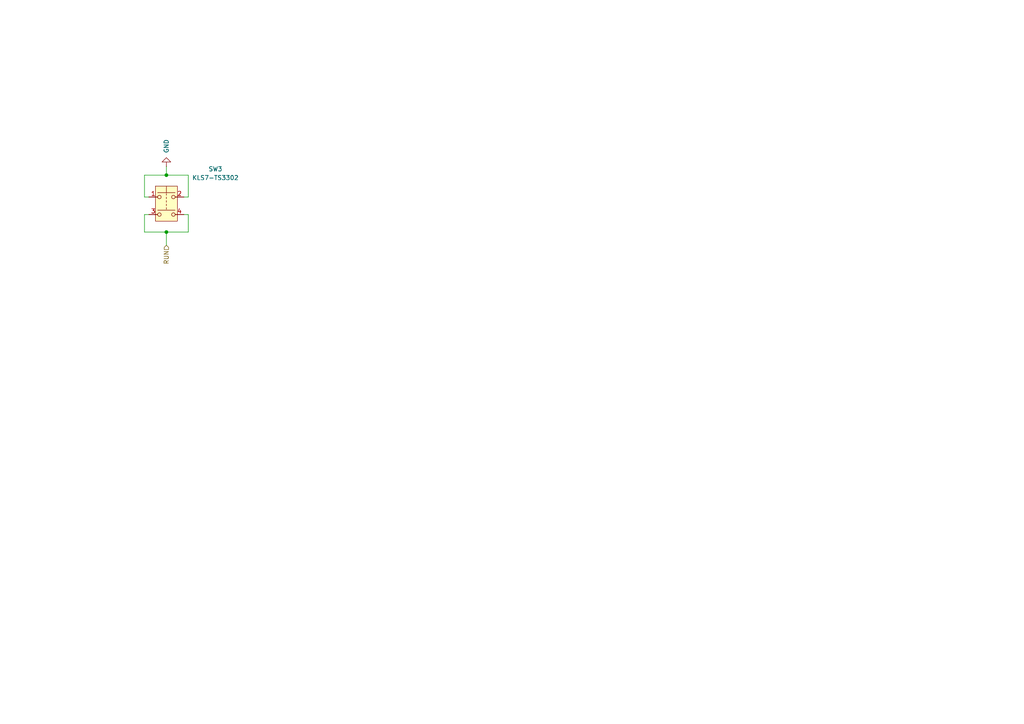
<source format=kicad_sch>
(kicad_sch (version 20231120) (generator "eeschema") (generator_version "8.0")
  (paper "A4")
  (title_block (title "FRANK M1") (date "2025-02-04") (rev "1.00") (company "Mikhail Matveev") (comment 1 "https://github.com/xtremespb/frank"))
  (lib_symbols
    (symbol "GND_1" (power) (pin_numbers hide) (pin_names (offset 0) hide)
      (property "Value" "GND" (at 0 -3.81 0))
      (symbol "GND_1_0_1"
        (polyline (pts (xy 0 0) (xy 0 -1.27) (xy 1.27 -1.27) (xy 0 -2.54) (xy -1.27 -1.27) (xy 0 -1.27)))
      )
      (symbol "GND_1_1_1"
        (pin power_in line (at 0 0 270) (length 0) (name "~") (number "1"))
      )
    )
    (symbol "Switch:SW_Push_Dual" (pin_names (offset 1.016) hide)
      (property "Reference" "SW" (at 0 7.62 0))
      (property "Value" "SW_Push_Dual" (at 0 -6.35 0))
      (symbol "SW_Push_Dual_0_1"
        (circle (center -2.032 -2.54) (radius 0.508))
        (circle (center -2.032 2.54) (radius 0.508))
        (polyline (pts (xy 0 -0.508) (xy 0 -1.016)))
        (polyline (pts (xy 0 0.508) (xy 0 0)))
        (polyline (pts (xy 0 1.016) (xy 0 1.524)))
        (polyline (pts (xy 0 2.032) (xy 0 2.54)))
        (polyline (pts (xy 0 3.048) (xy 0 3.556)))
        (polyline (pts (xy 0 3.81) (xy 0 5.588)))
        (polyline (pts (xy 2.54 -1.27) (xy -2.54 -1.27)))
        (polyline (pts (xy 2.54 3.81) (xy -2.54 3.81)))
        (circle (center 2.032 -2.54) (radius 0.508))
        (circle (center 2.032 2.54) (radius 0.508))
        (pin passive line (at -5.08 2.54 0) (length 2.54) (name "1") (number "1"))
        (pin passive line (at 5.08 2.54 180) (length 2.54) (name "2") (number "2"))
        (pin passive line (at -5.08 -2.54 0) (length 2.54) (name "3") (number "3"))
        (pin passive line (at 5.08 -2.54 180) (length 2.54) (name "4") (number "4"))
      )
      (symbol "SW_Push_Dual_1_1"
        (rectangle (start -3.175 5.715) (end 3.175 -4.445) (fill (type background)))
      )
    )
  )
  (junction (at 48.26 50.8))
  (junction (at 48.26 67.31))
  (wire (pts (xy 41.91 62.23) (xy 43.18 62.23)))
  (wire (pts (xy 41.91 50.8) (xy 48.26 50.8)))
  (wire (pts (xy 41.91 50.8) (xy 41.91 57.15)))
  (wire (pts (xy 48.26 67.31) (xy 54.61 67.31)))
  (wire (pts (xy 41.91 67.31) (xy 48.26 67.31)))
  (wire (pts (xy 54.61 67.31) (xy 54.61 62.23)))
  (wire (pts (xy 48.26 48.26) (xy 48.26 50.8)))
  (wire (pts (xy 53.34 57.15) (xy 54.61 57.15)))
  (wire (pts (xy 54.61 50.8) (xy 54.61 57.15)))
  (wire (pts (xy 48.26 67.31) (xy 48.26 71.12)))
  (wire (pts (xy 41.91 67.31) (xy 41.91 62.23)))
  (wire (pts (xy 41.91 57.15) (xy 43.18 57.15)))
  (wire (pts (xy 48.26 50.8) (xy 54.61 50.8)))
  (wire (pts (xy 53.34 62.23) (xy 54.61 62.23)))
  (hierarchical_label "RUN" (shape input) (at 48.26 71.12 270))
  (symbol (lib_id "Switch:SW_Push_Dual") (at 48.26 59.69 0) (unit 1)
    (property "Reference" "SW3" (at 62.484 49.022 0))
    (property "Value" "KLS7-TS3302" (at 62.484 51.562 0))
    (property "Footprint" "FRANK:Button (SMD, 3x3mm)" (effects (hide yes)))
    (property "Datasheet" "https://img.klsele.com/admin/product_upload/20150508135408KLS7-TS3302.pdf" (effects (hide yes)))
    (property "Description" "Push button switch, generic, symbol, four pins" (effects (hide yes)))
    (property "AliExpress" "https://www.aliexpress.com/item/1005007359248990.html" (effects (hide yes)))
  )
  (symbol (lib_name "GND_1") (lib_id "power:GND") (at 48.26 48.26 180) (unit 1)
    (property "Reference" "#PWR047" (effects (hide yes)))
    (property "Value" "GND" (at 48.2601 44.45 90) (effects (justify right)))
    (property "Description" "Power symbol creates a global label with name \"GND\" , ground" (effects (hide yes)))
  )
)
</source>
